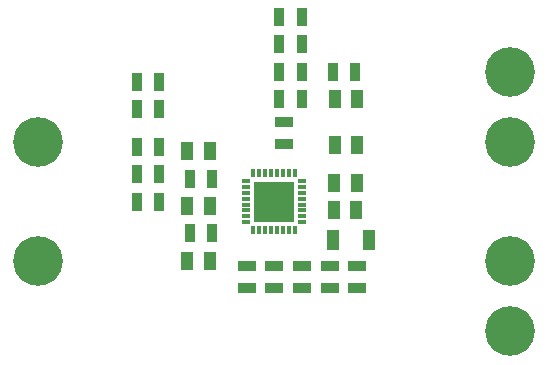
<source format=gbs>
G04*
G04 #@! TF.GenerationSoftware,Altium Limited,Altium Designer,18.0.12 (696)*
G04*
G04 Layer_Color=16711935*
%FSLAX44Y44*%
%MOMM*%
G71*
G01*
G75*
%ADD22C,4.2032*%
%ADD40R,3.4020X3.4020*%
%ADD41R,0.7020X0.3320*%
%ADD42R,0.3320X0.7020*%
%ADD43R,1.5032X0.9032*%
%ADD44R,1.1032X1.8032*%
%ADD45R,1.1032X1.5032*%
%ADD46R,0.9032X1.5032*%
D22*
X50000Y300000D02*
D03*
Y200000D02*
D03*
X450000Y140000D02*
D03*
Y360000D02*
D03*
Y200000D02*
D03*
Y300000D02*
D03*
D40*
X250000Y250000D02*
D03*
D41*
X274000Y267500D02*
D03*
Y262500D02*
D03*
Y257500D02*
D03*
Y252500D02*
D03*
Y247500D02*
D03*
Y242500D02*
D03*
Y237500D02*
D03*
Y232500D02*
D03*
X226000D02*
D03*
Y237500D02*
D03*
Y242500D02*
D03*
Y247500D02*
D03*
Y252500D02*
D03*
Y257500D02*
D03*
Y262500D02*
D03*
Y267500D02*
D03*
D42*
X267500Y226000D02*
D03*
X262500D02*
D03*
X257500D02*
D03*
X252500D02*
D03*
X247500D02*
D03*
X242500D02*
D03*
X237500D02*
D03*
X232500D02*
D03*
Y274000D02*
D03*
X237500D02*
D03*
X242500D02*
D03*
X247500D02*
D03*
X252500D02*
D03*
X257500D02*
D03*
X262500D02*
D03*
X267500D02*
D03*
D43*
X227000Y176500D02*
D03*
Y195500D02*
D03*
X250000Y195500D02*
D03*
Y176500D02*
D03*
X274000Y176500D02*
D03*
Y195500D02*
D03*
X297000Y195500D02*
D03*
Y176500D02*
D03*
X320000Y176500D02*
D03*
Y195500D02*
D03*
X258000Y317500D02*
D03*
Y298500D02*
D03*
D44*
X299500Y217600D02*
D03*
X330500D02*
D03*
D45*
X300500Y242600D02*
D03*
X319500D02*
D03*
X320000Y265600D02*
D03*
X301000D02*
D03*
X301500Y297600D02*
D03*
X320500D02*
D03*
X320500Y336600D02*
D03*
X301500D02*
D03*
X176500Y200000D02*
D03*
X195500D02*
D03*
X195500Y246000D02*
D03*
X176500D02*
D03*
X195500Y293000D02*
D03*
X176500D02*
D03*
D46*
X299500Y359600D02*
D03*
X318500D02*
D03*
X273500Y337000D02*
D03*
X254500D02*
D03*
X254500Y360000D02*
D03*
X273500D02*
D03*
X273500Y383000D02*
D03*
X254500D02*
D03*
X273500Y406000D02*
D03*
X254500D02*
D03*
X197500Y223000D02*
D03*
X178500D02*
D03*
X178500Y269000D02*
D03*
X197500D02*
D03*
X133500Y250000D02*
D03*
X152500D02*
D03*
X152500Y273000D02*
D03*
X133500D02*
D03*
X152500Y296000D02*
D03*
X133500D02*
D03*
X133500Y328000D02*
D03*
X152500D02*
D03*
X133500Y351000D02*
D03*
X152500D02*
D03*
M02*

</source>
